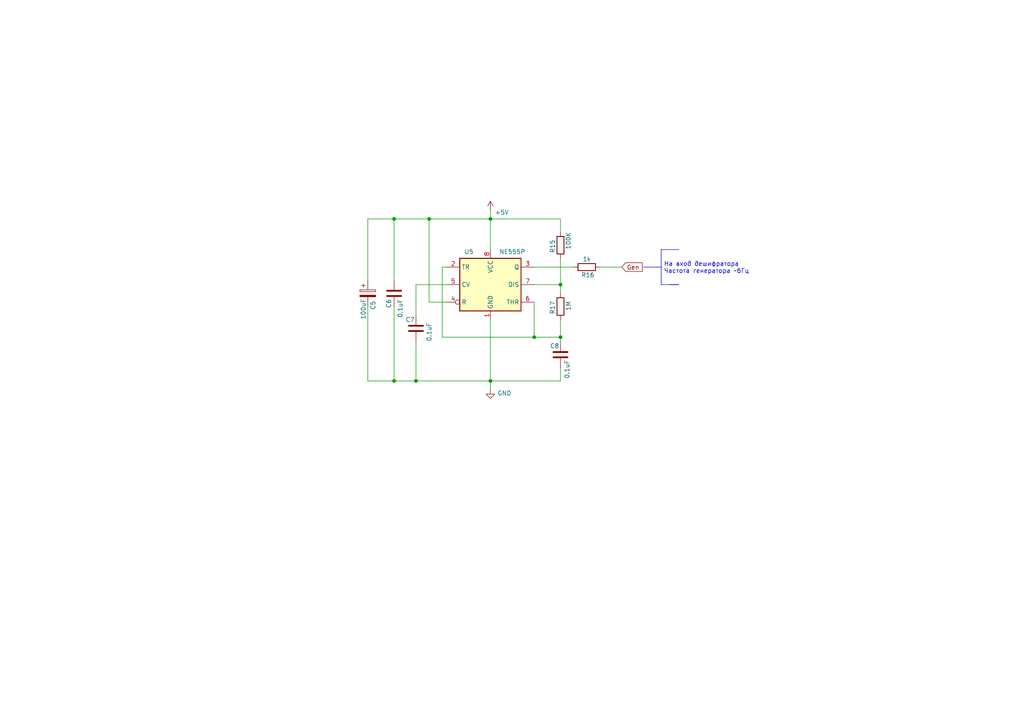
<source format=kicad_sch>
(kicad_sch (version 20231120) (generator "eeschema") (generator_version "8.0")
  (paper "A4")
  (lib_symbols
    (symbol "Device:C" (pin_numbers hide) (pin_names (offset 0.254))
      (property "Reference" "C" (at 0.635 2.54 0))
      (property "Value" "C" (at 0.635 -2.54 0))
      (symbol "C_0_1"
        (polyline (pts (xy -2.032 -0.762) (xy 2.032 -0.762)) (stroke (width 0.508)))
        (polyline (pts (xy -2.032 0.762) (xy 2.032 0.762)) (stroke (width 0.508)))
      )
      (symbol "C_1_1"
        (pin passive line (at 0 3.81 270) (length 2.794) (name "~") (number "1"))
        (pin passive line (at 0 -3.81 90) (length 2.794) (name "~") (number "2"))
      )
    )
    (symbol "Device:C_Polarized" (pin_numbers hide) (pin_names (offset 0.254))
      (property "Reference" "C" (at 0.635 2.54 0))
      (property "Value" "C_Polarized" (at 0.635 -2.54 0))
      (symbol "C_Polarized_0_1"
        (rectangle (start -2.286 0.508) (end 2.286 1.016))
        (polyline (pts (xy -1.778 2.286) (xy -0.762 2.286)))
        (polyline (pts (xy -1.27 2.794) (xy -1.27 1.778)))
        (rectangle (start 2.286 -0.508) (end -2.286 -1.016) (fill (type outline)))
      )
      (symbol "C_Polarized_1_1"
        (pin passive line (at 0 3.81 270) (length 2.794) (name "~") (number "1"))
        (pin passive line (at 0 -3.81 90) (length 2.794) (name "~") (number "2"))
      )
    )
    (symbol "Device:R" (pin_numbers hide) (pin_names (offset 0))
      (property "Reference" "R" (at 2.032 0 90))
      (property "Value" "R" (at 0 0 90))
      (symbol "R_0_1"
        (rectangle (start -1.016 -2.54) (end 1.016 2.54) (stroke (width 0.254)))
      )
      (symbol "R_1_1"
        (pin passive line (at 0 3.81 270) (length 1.27) (name "~") (number "1"))
        (pin passive line (at 0 -3.81 90) (length 1.27) (name "~") (number "2"))
      )
    )
    (symbol "Timer:NE555P"
      (property "Reference" "U" (at -10.16 8.89 0))
      (property "Value" "NE555P" (at 2.54 8.89 0))
      (symbol "NE555P_0_0"
        (pin power_in line (at 0 -10.16 90) (length 2.54) (name "GND") (number "1"))
        (pin power_in line (at 0 10.16 270) (length 2.54) (name "VCC") (number "8"))
      )
      (symbol "NE555P_0_1"
        (rectangle (start -8.89 -7.62) (end 8.89 7.62) (stroke (width 0.254)) (fill (type background)))
        (rectangle (start -8.89 -7.62) (end 8.89 7.62) (stroke (width 0.254)) (fill (type background)))
      )
      (symbol "NE555P_1_1"
        (pin input line (at -12.7 5.08 0) (length 3.81) (name "TR") (number "2"))
        (pin output line (at 12.7 5.08 180) (length 3.81) (name "Q") (number "3"))
        (pin input inverted (at -12.7 -5.08 0) (length 3.81) (name "R") (number "4"))
        (pin input line (at -12.7 0 0) (length 3.81) (name "CV") (number "5"))
        (pin input line (at 12.7 -5.08 180) (length 3.81) (name "THR") (number "6"))
        (pin input line (at 12.7 0 180) (length 3.81) (name "DIS") (number "7"))
      )
    )
    (symbol "power:+9V" (power) (pin_numbers hide) (pin_names (offset 0) hide)
      (property "Value" "+9V" (at 0 3.556 0))
      (symbol "+9V_0_1"
        (polyline (pts (xy -0.762 1.27) (xy 0 2.54)))
        (polyline (pts (xy 0 0) (xy 0 2.54)))
        (polyline (pts (xy 0 2.54) (xy 0.762 1.27)))
      )
      (symbol "+9V_1_1"
        (pin power_in line (at 0 0 90) (length 0) (name "~") (number "1"))
      )
    )
    (symbol "power:GND" (power) (pin_numbers hide) (pin_names (offset 0) hide)
      (property "Value" "GND" (at 0 -3.81 0))
      (symbol "GND_0_1"
        (polyline (pts (xy 0 0) (xy 0 -1.27) (xy 1.27 -1.27) (xy 0 -2.54) (xy -1.27 -1.27) (xy 0 -1.27)))
      )
      (symbol "GND_1_1"
        (pin power_in line (at 0 0 270) (length 0) (name "~") (number "1"))
      )
    )
  )
  (junction (at 114.3 110.49))
  (junction (at 124.46 63.5))
  (junction (at 114.3 63.5))
  (junction (at 120.65 110.49))
  (junction (at 142.24 63.5))
  (junction (at 162.56 97.79))
  (junction (at 162.56 82.55))
  (junction (at 142.24 110.49))
  (junction (at 154.94 97.79))
  (wire (pts (xy 114.3 63.5) (xy 124.46 63.5)))
  (wire (pts (xy 162.56 92.71) (xy 162.56 97.79)))
  (wire (pts (xy 114.3 110.49) (xy 120.65 110.49)))
  (wire (pts (xy 120.65 82.55) (xy 120.65 91.44)))
  (wire (pts (xy 162.56 82.55) (xy 162.56 85.09)))
  (wire (pts (xy 114.3 110.49) (xy 114.3 88.9)))
  (wire (pts (xy 162.56 74.93) (xy 162.56 82.55)))
  (wire (pts (xy 106.68 110.49) (xy 106.68 88.9)))
  (wire (pts (xy 124.46 63.5) (xy 124.46 87.63)))
  (wire (pts (xy 173.99 77.47) (xy 180.34 77.47)))
  (wire (pts (xy 106.68 110.49) (xy 114.3 110.49)))
  (wire (pts (xy 128.27 97.79) (xy 128.27 77.47)))
  (polyline (pts (xy 196.85 72.39) (xy 191.77 72.39)))
  (polyline (pts (xy 194.31 82.55) (xy 196.85 82.55)))
  (wire (pts (xy 129.54 82.55) (xy 120.65 82.55)))
  (wire (pts (xy 162.56 63.5) (xy 162.56 67.31)))
  (wire (pts (xy 142.24 110.49) (xy 142.24 113.03)))
  (wire (pts (xy 106.68 63.5) (xy 114.3 63.5)))
  (polyline (pts (xy 191.77 82.55) (xy 196.85 82.55)))
  (wire (pts (xy 154.94 97.79) (xy 162.56 97.79)))
  (wire (pts (xy 162.56 97.79) (xy 162.56 99.06)))
  (wire (pts (xy 154.94 82.55) (xy 162.56 82.55)))
  (wire (pts (xy 154.94 87.63) (xy 154.94 97.79)))
  (wire (pts (xy 106.68 81.28) (xy 106.68 63.5)))
  (wire (pts (xy 154.94 77.47) (xy 166.37 77.47)))
  (wire (pts (xy 120.65 99.06) (xy 120.65 110.49)))
  (wire (pts (xy 124.46 87.63) (xy 129.54 87.63)))
  (wire (pts (xy 162.56 106.68) (xy 162.56 110.49)))
  (polyline (pts (xy 191.77 72.39) (xy 191.77 82.55)))
  (polyline (pts (xy 186.69 77.47) (xy 191.77 77.47)))
  (wire (pts (xy 142.24 92.71) (xy 142.24 110.49)))
  (wire (pts (xy 128.27 77.47) (xy 129.54 77.47)))
  (wire (pts (xy 120.65 110.49) (xy 142.24 110.49)))
  (wire (pts (xy 128.27 97.79) (xy 154.94 97.79)))
  (wire (pts (xy 114.3 81.28) (xy 114.3 63.5)))
  (wire (pts (xy 142.24 60.96) (xy 142.24 63.5)))
  (wire (pts (xy 142.24 110.49) (xy 162.56 110.49)))
  (wire (pts (xy 142.24 63.5) (xy 162.56 63.5)))
  (wire (pts (xy 142.24 63.5) (xy 142.24 72.39)))
  (wire (pts (xy 124.46 63.5) (xy 142.24 63.5)))
  (text "На вход дешифратора\nЧастота генератора ~6Гц" (at 192.532 77.724 0) (effects (font (size 1.27 1.27)) (justify left)))
  (global_label "Gen" (shape input) (at 180.34 77.47 0) (property "Intersheetrefs" "${INTERSHEET_REFS}" (effects (hide yes))))
  (symbol (lib_id "Device:C") (at 120.65 95.25 0) (unit 1)
    (property "Reference" "C7" (at 117.602 92.71 0) (effects (justify left)))
    (property "Value" "0.1uF" (at 124.46 99.06 90) (effects (justify left)))
    (property "Footprint" "Capacitor_THT:C_Disc_D3.0mm_W2.0mm_P2.50mm" (effects (hide yes)))
    (property "Description" "Unpolarized capacitor" (effects (hide yes)))
  )
  (symbol (lib_id "Device:C_Polarized") (at 106.68 85.09 0) (unit 1)
    (property "Reference" "C5" (at 108.204 89.916 90) (effects (justify left)))
    (property "Value" "100uF" (at 105.41 92.71 90) (effects (justify left)))
    (property "Footprint" "Capacitor_THT:CP_Radial_D8.0mm_P3.80mm" (effects (hide yes)))
    (property "Description" "Polarized capacitor" (effects (hide yes)))
  )
  (symbol (lib_id "Device:R") (at 170.18 77.47 270) (unit 1)
    (property "Reference" "R16" (at 172.466 79.756 90) (effects (justify right)))
    (property "Value" "1k" (at 171.45 75.184 90) (effects (justify right)))
    (property "Footprint" "Resistor_THT:R_Axial_DIN0207_L6.3mm_D2.5mm_P2.54mm_Vertical" (effects (hide yes)))
    (property "Description" "Resistor" (effects (hide yes)))
  )
  (symbol (lib_id "Timer:NE555P") (at 142.24 82.55 0) (unit 1)
    (property "Reference" "U5" (at 134.62 73.025 0) (effects (justify left)))
    (property "Value" "NE555P" (at 144.78 73.025 0) (effects (justify left)))
    (property "Footprint" "Package_DIP:DIP-8_W7.62mm" (effects (hide yes)))
    (property "Datasheet" "http://www.ti.com/lit/ds/symlink/ne555.pdf" (effects (hide yes)))
    (property "Description" "Precision Timers, 555 compatible,  PDIP-8" (effects (hide yes)))
  )
  (symbol (lib_id "Device:R") (at 162.56 71.12 180) (unit 1)
    (property "Reference" "R15" (at 160.274 73.406 90) (effects (justify right)))
    (property "Value" "100K" (at 164.846 72.39 90) (effects (justify right)))
    (property "Footprint" "Resistor_THT:R_Axial_DIN0207_L6.3mm_D2.5mm_P2.54mm_Vertical" (effects (hide yes)))
    (property "Description" "Resistor" (effects (hide yes)))
  )
  (symbol (lib_id "power:GND") (at 142.24 113.03 0) (unit 1)
    (property "Reference" "#PWR04" (effects (hide yes)))
    (property "Value" "GND" (at 146.304 114.046 0))
    (property "Description" "Power symbol creates a global label with name \"GND\" , ground" (effects (hide yes)))
  )
  (symbol (lib_id "power:+9V") (at 142.24 60.96 0) (unit 1)
    (property "Reference" "#PWR03" (effects (hide yes)))
    (property "Value" "+5V" (at 143.51 61.595 0) (effects (justify left)))
    (property "Description" "Power symbol creates a global label with name \"+9V\"" (effects (hide yes)))
  )
  (symbol (lib_id "Device:C") (at 114.3 85.09 0) (unit 1)
    (property "Reference" "C6" (at 112.776 89.408 90) (effects (justify left)))
    (property "Value" "0.1uF" (at 116.078 92.202 90) (effects (justify left)))
    (property "Footprint" "Capacitor_THT:C_Disc_D3.0mm_W2.0mm_P2.50mm" (effects (hide yes)))
    (property "Description" "Unpolarized capacitor" (effects (hide yes)))
  )
  (symbol (lib_id "Device:R") (at 162.56 88.9 180) (unit 1)
    (property "Reference" "R17" (at 160.274 91.186 90) (effects (justify right)))
    (property "Value" "1M" (at 164.846 90.17 90) (effects (justify right)))
    (property "Footprint" "Resistor_THT:R_Axial_DIN0207_L6.3mm_D2.5mm_P2.54mm_Vertical" (effects (hide yes)))
    (property "Description" "Resistor" (effects (hide yes)))
  )
  (symbol (lib_id "Device:C") (at 162.56 102.87 0) (unit 1)
    (property "Reference" "C8" (at 159.512 100.33 0) (effects (justify left)))
    (property "Value" "0.1uF" (at 164.465 109.855 90) (effects (justify left)))
    (property "Footprint" "Capacitor_THT:C_Disc_D3.0mm_W2.0mm_P2.50mm" (effects (hide yes)))
    (property "Description" "Unpolarized capacitor" (effects (hide yes)))
  )
)
</source>
